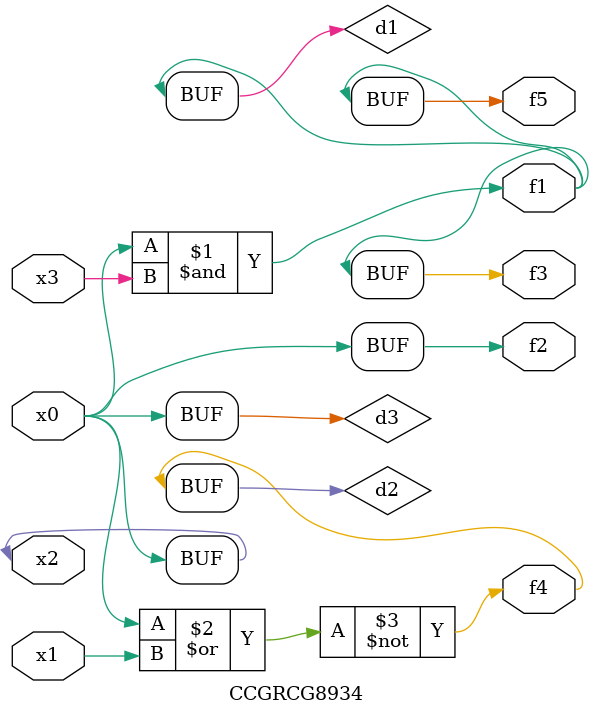
<source format=v>
module CCGRCG8934(
	input x0, x1, x2, x3,
	output f1, f2, f3, f4, f5
);

	wire d1, d2, d3;

	and (d1, x2, x3);
	nor (d2, x0, x1);
	buf (d3, x0, x2);
	assign f1 = d1;
	assign f2 = d3;
	assign f3 = d1;
	assign f4 = d2;
	assign f5 = d1;
endmodule

</source>
